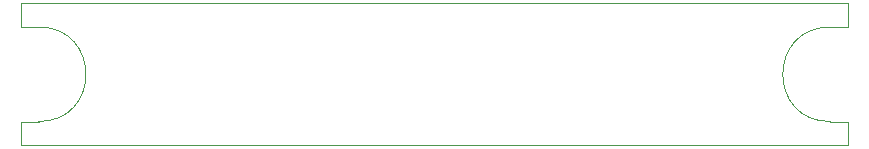
<source format=gko>
G04 #@! TF.GenerationSoftware,KiCad,Pcbnew,(5.1.4-0-10_14)*
G04 #@! TF.CreationDate,2019-08-25T21:06:09+02:00*
G04 #@! TF.ProjectId,Streifen,53747265-6966-4656-9e2e-6b696361645f,rev?*
G04 #@! TF.SameCoordinates,Original*
G04 #@! TF.FileFunction,Profile,NP*
%FSLAX46Y46*%
G04 Gerber Fmt 4.6, Leading zero omitted, Abs format (unit mm)*
G04 Created by KiCad (PCBNEW (5.1.4-0-10_14)) date 2019-08-25 21:06:09*
%MOMM*%
%LPD*%
G04 APERTURE LIST*
%ADD10C,0.050000*%
G04 APERTURE END LIST*
D10*
X115000000Y-104000000D02*
X116500000Y-104000000D01*
X115000000Y-106000000D02*
X115000000Y-104000000D01*
X185000000Y-106000000D02*
X115000000Y-106000000D01*
X185000000Y-104000000D02*
X185000000Y-106000000D01*
X183500000Y-104000000D02*
X185000000Y-104000000D01*
X185000000Y-96000000D02*
X183500000Y-96000000D01*
X185000000Y-94000000D02*
X185000000Y-96000000D01*
X115000000Y-94000000D02*
X185000000Y-94000000D01*
X115000000Y-96000000D02*
X115000000Y-94000000D01*
X116500000Y-96000000D02*
X115000000Y-96000000D01*
X183500000Y-104000000D02*
G75*
G02X183500000Y-96000000I0J4000000D01*
G01*
X116500000Y-104000000D02*
G75*
G03X116500000Y-96000000I0J4000000D01*
G01*
M02*

</source>
